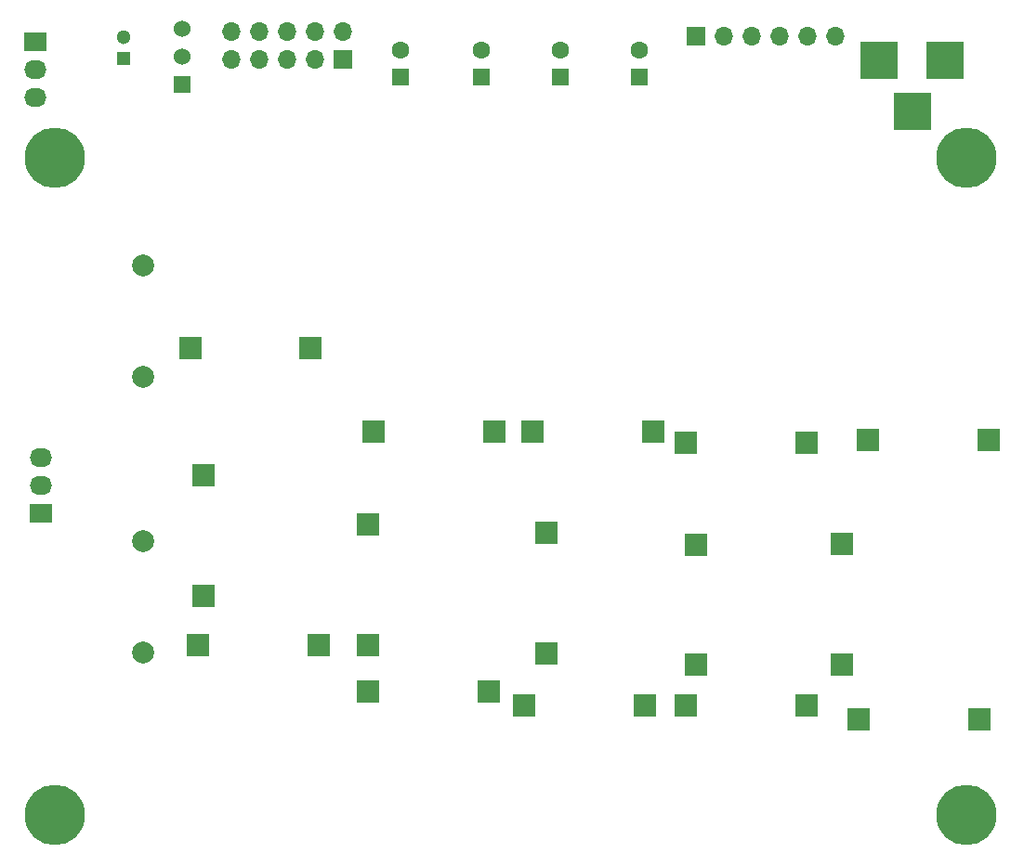
<source format=gbs>
G04 #@! TF.FileFunction,Soldermask,Bot*
%FSLAX46Y46*%
G04 Gerber Fmt 4.6, Leading zero omitted, Abs format (unit mm)*
G04 Created by KiCad (PCBNEW 4.0.3+e1-6302~38~ubuntu14.04.1-stable) date Mon Jan 30 16:46:43 2017*
%MOMM*%
%LPD*%
G01*
G04 APERTURE LIST*
%ADD10C,0.100000*%
%ADD11R,3.500120X3.500120*%
%ADD12R,2.032000X1.727200*%
%ADD13O,2.032000X1.727200*%
%ADD14C,5.500000*%
%ADD15R,1.998980X1.998980*%
%ADD16R,1.700000X1.700000*%
%ADD17O,1.700000X1.700000*%
%ADD18C,1.998980*%
%ADD19C,1.524000*%
%ADD20R,1.524000X1.524000*%
%ADD21R,1.300000X1.300000*%
%ADD22C,1.300000*%
%ADD23R,1.600000X1.600000*%
%ADD24C,1.600000*%
G04 APERTURE END LIST*
D10*
D11*
X133099860Y-25100000D03*
X139099340Y-25100000D03*
X136099600Y-29799000D03*
D12*
X56220000Y-23410000D03*
D13*
X56220000Y-25950000D03*
X56220000Y-28490000D03*
D14*
X141000000Y-34000000D03*
X58000000Y-34000000D03*
X58000000Y-94000000D03*
X141000000Y-94000000D03*
D15*
X71500000Y-74001640D03*
X71500000Y-62998360D03*
X82001640Y-78500000D03*
X70998360Y-78500000D03*
X81301640Y-51400000D03*
X70298360Y-51400000D03*
X86500000Y-78501640D03*
X86500000Y-67498360D03*
X97501640Y-82750000D03*
X86498360Y-82750000D03*
X98001640Y-59000000D03*
X86998360Y-59000000D03*
X102750000Y-79251640D03*
X102750000Y-68248360D03*
X111751640Y-84000000D03*
X100748360Y-84000000D03*
X112501640Y-59000000D03*
X101498360Y-59000000D03*
X116400000Y-80301640D03*
X116400000Y-69298360D03*
X126501640Y-84000000D03*
X115498360Y-84000000D03*
X126501640Y-60000000D03*
X115498360Y-60000000D03*
X129730000Y-80291640D03*
X129730000Y-69288360D03*
X142241640Y-85220000D03*
X131238360Y-85220000D03*
X143041640Y-59780000D03*
X132038360Y-59780000D03*
D16*
X116400000Y-22900000D03*
D17*
X118940000Y-22900000D03*
X121480000Y-22900000D03*
X124020000Y-22900000D03*
X126560000Y-22900000D03*
X129100000Y-22900000D03*
D18*
X66000000Y-79200000D03*
X66000000Y-69040000D03*
X66000000Y-54000000D03*
X66000000Y-43840000D03*
D19*
X69570000Y-24790000D03*
X69570000Y-22250000D03*
D20*
X69570000Y-27330000D03*
D21*
X64220000Y-25000000D03*
D22*
X64220000Y-23000000D03*
D23*
X96800000Y-26700000D03*
D24*
X96800000Y-24200000D03*
D23*
X89500000Y-26700000D03*
D24*
X89500000Y-24200000D03*
D23*
X111200000Y-26700000D03*
D24*
X111200000Y-24200000D03*
D23*
X104000000Y-26700000D03*
D24*
X104000000Y-24200000D03*
D16*
X84240000Y-25030000D03*
D17*
X84240000Y-22490000D03*
X81700000Y-25030000D03*
X81700000Y-22490000D03*
X79160000Y-25030000D03*
X79160000Y-22490000D03*
X76620000Y-25030000D03*
X76620000Y-22490000D03*
X74080000Y-25030000D03*
X74080000Y-22490000D03*
D12*
X56750000Y-66500000D03*
D13*
X56750000Y-63960000D03*
X56750000Y-61420000D03*
M02*

</source>
